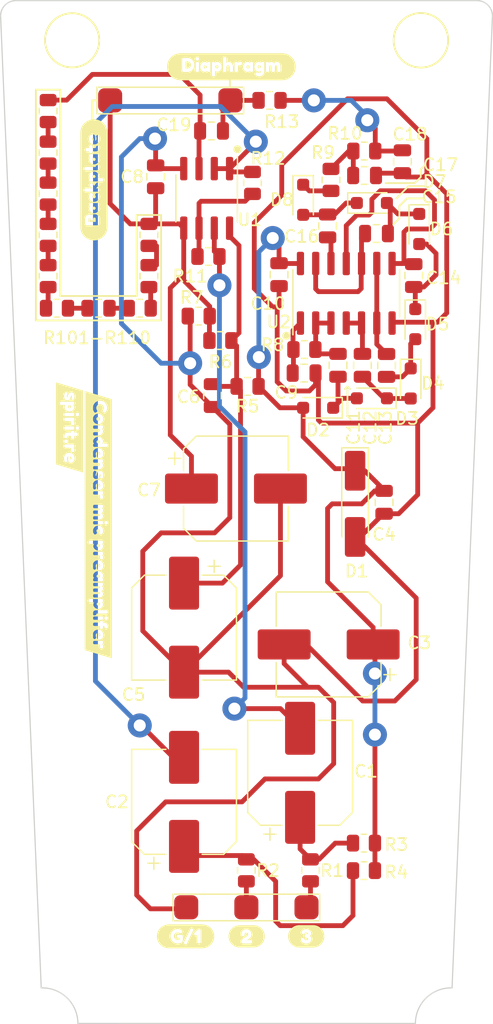
<source format=kicad_pcb>
(kicad_pcb (version 20221018) (generator pcbnew)
  (title_block (title "High performance condenser microphone preamp with HV bias") (date "2023-03-18") (rev "1") (company "spirit.re"))
  (layers (0 "F.Cu" signal) (31 "B.Cu" signal) (34 "B.Paste" user) (35 "F.Paste" user) (36 "B.SilkS" user "B.Silkscreen") (37 "F.SilkS" user "F.Silkscreen") (38 "B.Mask" user) (39 "F.Mask" user) (44 "Edge.Cuts" user))
  (net 0 "")
  (net 1 "Net-(C1-Pad1)")
  (net 2 "Net-(C1-Pad2)")
  (net 3 "Net-(C2-Pad1)")
  (net 4 "Net-(U1A--)")
  (net 5 "+12V")
  (net 6 "+6V")
  (net 7 "GNDA")
  (net 8 "Net-(C9-Pad2)")
  (net 9 "Net-(C11-Pad1)")
  (net 10 "Net-(D2-K)")
  (net 11 "Net-(C12-Pad1)")
  (net 12 "Net-(D3-K)")
  (net 13 "Net-(C13-Pad1)")
  (net 14 "Net-(D4-K)")
  (net 15 "Net-(C14-Pad1)")
  (net 16 "Net-(D5-K)")
  (net 17 "Net-(C15-Pad1)")
  (net 18 "Net-(D6-K)")
  (net 19 "Net-(C16-Pad1)")
  (net 20 "Net-(D7-K)")
  (net 21 "Net-(C17-Pad2)")
  (net 22 "HT")
  (net 23 "Net-(D8-K)")
  (net 24 "Net-(C92-Pad2)")
  (net 25 "Net-(C91-Pad1)")
  (net 26 "Net-(U1A-+)")
  (net 27 "Net-(U1B--)")
  (net 28 "Net-(R101-Pad2)")
  (net 29 "Net-(R102-Pad2)")
  (net 30 "Net-(R103-Pad2)")
  (net 31 "Net-(R104-Pad2)")
  (net 32 "Net-(R105-Pad2)")
  (net 33 "Net-(R106-Pad2)")
  (net 34 "Net-(R107-Pad2)")
  (net 35 "Net-(R108-Pad2)")
  (net 36 "Net-(R109-Pad2)")
  (net 37 "GNDREF")
  (net 38 "Net-(MK1-+)")
  (footprint "Capacitor_SMD:C_0805_2012Metric" (layer "F.Cu") (at 162.2825 78.4034 -90)
    (fp_text reference "C12")
    (fp_text value "10nF")
  )
  (footprint "Capacitor_SMD:C_0805_2012Metric" (layer "F.Cu") (at 145.087 62.738 -90)
    (fp_text reference "C8")
    (fp_text value "100nF 100V")
  )
  (footprint "kibuzzard-6409565D" (layer "F.Cu") (at 140.314181 91.643002 -90)
    (fp_text reference "kibuzzard-6409565D" hide)
    (fp_text value "G***" hide)
  )
  (footprint "Capacitor_SMD:C_0805_2012Metric" (layer "F.Cu") (at 159.385 66.821 90)
    (fp_text reference "C16")
    (fp_text value "10nF")
  )
  (footprint "Package_SO:SO-14_3.9x8.65mm_P1.27mm" (layer "F.Cu") (at 160.9363 72.4192 90)
    (fp_text reference "U2")
    (fp_text value "HEF40106BT")
  )
  (footprint "Diode_SMD:D_MiniMELF_Handsoldering" (layer "F.Cu") (at 161.671 89.916 -90)
    (fp_text reference "D1")
    (fp_text value "12V")
  )
  (footprint "Resistor_SMD:R_0805_2012Metric" (layer "F.Cu") (at 153.1385 63.246 90)
    (fp_text reference "R12")
    (fp_text value "2.2k")
  )
  (footprint "Resistor_SMD:R_0805_2012Metric" (layer "F.Cu") (at 152.734 80.156 180)
    (fp_text reference "R5")
    (fp_text value "200")
  )
  (footprint "Resistor_SMD:R_0805_2012Metric" (layer "F.Cu") (at 162.4349 60.598 180)
    (fp_text reference "R10")
    (fp_text value "100M")
  )
  (footprint "kibuzzard-640955D5" (layer "F.Cu") (at 152.654 125.857)
    (fp_text reference "kibuzzard-640955D5" hide)
    (fp_text value "G***" hide)
  )
  (footprint "Diode_SMD:D_SOD-323_HandSoldering" (layer "F.Cu") (at 157.353 64.6468 -90)
    (fp_text reference "D8")
    (fp_text value "1N4148WS")
  )
  (footprint "Capacitor_SMD:CP_Elec_8x10.5" (layer "F.Cu") (at 159.4715 101.6 180)
    (fp_text reference "C3")
    (fp_text value "47uF")
  )
  (footprint "Resistor_SMD:R_0805_2012Metric" (layer "F.Cu") (at 152.6305 120.3725 -90)
    (fp_text reference "R2")
    (fp_text value "47")
  )
  (footprint "Resistor_SMD:R_0805_2012Metric" (layer "F.Cu") (at 150.4715 76.346)
    (fp_text reference "R6")
    (fp_text value "47k")
  )
  (footprint "kibuzzard-64095693" (layer "F.Cu") (at 137.922 83.566 -90)
    (fp_text reference "kibuzzard-64095693" hide)
    (fp_text value "G***" hide)
  )
  (footprint "Capacitor_SMD:C_0805_2012Metric" (layer "F.Cu") (at 163.449 67.456)
    (fp_text reference "C15")
    (fp_text value "10nF")
  )
  (footprint "Capacitor_SMD:C_0805_2012Metric" (layer "F.Cu") (at 160.2505 78.4034 -90)
    (fp_text reference "C11")
    (fp_text value "10nF")
  )
  (footprint "Capacitor_SMD:C_0805_2012Metric" (layer "F.Cu") (at 162.4603 62.63 180)
    (fp_text reference "C17")
    (fp_text value "100nF 100V")
  )
  (footprint "MountingHole:MountingHole_2.7mm_M2.5_ISO14580" (layer "F.Cu") (at 138.143615 51.396884)
    (fp_text reference "H1" hide)
    (fp_text value "M2.5")
  )
  (footprint "Diode_SMD:D_SOD-323_HandSoldering" (layer "F.Cu") (at 163.0699 81.1466 180)
    (fp_text reference "D3")
    (fp_text value "1N4148WS")
  )
  (footprint "Resistor_SMD:R_0805_2012Metric" (layer "F.Cu") (at 159.6663 62.9958 -90)
    (fp_text reference "R9")
    (fp_text value "100M")
  )
  (footprint "Resistor_SMD:R_0805_2012Metric" (layer "F.Cu") (at 162.4095 118.11)
    (fp_text reference "R3")
    (fp_text value "2.2k")
  )
  (footprint "Resistor_SMD:R_0805_2012Metric" (layer "F.Cu") (at 149.479 69.361)
    (fp_text reference "R11")
    (fp_text value "2.2k")
  )
  (footprint "Resistor_SMD:R_0805_2012Metric" (layer "F.Cu") (at 136.144 57.277 -90)
    (fp_text reference "R101" hide)
    (fp_text value "100M")
  )
  (footprint "Resistor_SMD:R_0805_2012Metric" (layer "F.Cu") (at 136.144 60.7295 -90)
    (fp_text reference "R102" hide)
    (fp_text value "100M")
  )
  (footprint "Resistor_SMD:R_0805_2012Metric" (layer "F.Cu") (at 136.144 70.993 -90)
    (fp_text reference "R105" hide)
    (fp_text value "100M")
  )
  (footprint "Resistor_SMD:R_0805_2012Metric" (layer "F.Cu") (at 148.67 74.314)
    (fp_text reference "R7")
    (fp_text value "47k")
  )
  (footprint "Capacitor_SMD:C_0805_2012Metric" (layer "F.Cu") (at 155.3483 70.8698 90)
    (fp_text reference "C10")
    (fp_text value "100nF 100V")
  )
  (footprint "Resistor_SMD:R_0805_2012Metric" (layer "F.Cu") (at 162.4095 120.396)
    (fp_text reference "R4")
    (fp_text value "2.2k")
  )
  (footprint "Capacitor_SMD:CP_Elec_8x10.5" (layer "F.Cu") (at 157.099 112.268 90)
    (fp_text reference "C1")
    (fp_text value "47uF")
  )
  (footprint "SpiritsKiCADLib:Pads_3pin_10mm" (layer "F.Cu") (at 152.6305 123.444)
    (fp_text reference "J1" hide)
    (fp_text value "XLR3")
  )
  (footprint "Capacitor_SMD:C_0805_2012Metric" (layer "F.Cu") (at 164.2891 78.4136 -90)
    (fp_text reference "C13")
    (fp_text value "10nF")
  )
  (footprint "Capacitor_SMD:C_0805_2012Metric" (layer "F.Cu") (at 149.733 58.928)
    (fp_text reference "C19")
    (fp_text value "1nF 100V")
  )
  (footprint "kibuzzard-64153C31" (layer "F.Cu") (at 151.384 53.594)
    (fp_text reference "kibuzzard-64153C31" hide)
    (fp_text value "G***" hide)
  )
  (footprint "Capacitor_SMD:CP_Elec_8x10.5" (layer "F.Cu") (at 151.765 88.646)
    (fp_text reference "C7")
    (fp_text value "47uF")
  )
  (footprint "Resistor_SMD:R_0805_2012Metric" (layer "F.Cu") (at 140.335 73.66)
    (fp_text reference "R107" hide)
    (fp_text value "100M")
  )
  (footprint "Resistor_SMD:R_0805_2012Metric" (layer "F.Cu") (at 157.9645 120.3725 -90)
    (fp_text reference "R1")
    (fp_text value "47")
  )
  (footprint "Diode_SMD:D_SOD-323_HandSoldering" (layer "F.Cu") (at 163.068 64.916)
    (fp_text reference "D7")
    (fp_text value "1N4148WS")
  )
  (footprint "kibuzzard-640955F0" (layer "F.Cu") (at 147.574 125.857)
    (fp_text reference "kibuzzard-640955F0" hide)
    (fp_text value "G***" hide)
  )
  (footprint "Capacitor_SMD:C_0805_2012Metric" (layer "F.Cu") (at 157.4311 79.0486 180)
    (fp_text reference "C9")
    (fp_text value "1nF 100V")
  )
  (footprint "Diode_SMD:D_SOD-323_HandSoldering" (layer "F.Cu") (at 158.5995 81.934 180)
    (fp_text reference "D2")
    (fp_text value "1N4148WS")
  )
  (footprint "Resistor_SMD:R_0805_2012Metric" (layer "F.Cu") (at 154.559 56.388 180)
    (fp_text reference "R13")
    (fp_text value "100M")
  )
  (footprint "Resistor_SMD:R_0805_2012Metric" (layer "F.Cu") (at 157.4565 77.0928 180)
    (fp_text reference "R8")
    (fp_text value "2.2k")
  )
  (footprint "Resistor_SMD:R_0805_2012Metric" (layer "F.Cu") (at 136.144 64.135 -90)
    (fp_text reference "R103" hide)
    (fp_text value "100M")
  )
  (footprint "Diode_SMD:D_SOD-323_HandSoldering" (layer "F.Cu") (at 166.2957 79.9122 -90)
    (fp_text reference "D4")
    (fp_text value "1N4148WS")
  )
  (footprint "SpiritsKiCADLib:Pads_2pin_10mm" (layer "F.Cu") (at 146.304 56.388)
    (fp_text reference "MK1" hide)
    (fp_text value "Condenser capsule")
  )
  (footprint "kibuzzard-64153C1C" (layer "F.Cu") (at 139.954 62.992 90)
    (fp_text reference "kibuzzard-64153C1C" hide)
    (fp_text value "G***" hide)
  )
  (footprint "Capacitor_SMD:C_0805_2012Metric" (layer "F.Cu") (at 165.608 61.487 90)
    (fp_text reference "C18")
    (fp_text value "100nF 100V")
  )
  (footprint "Resistor_SMD:R_0805_2012Metric" (layer "F.Cu") (at 136.144 67.564 -90)
    (fp_text reference "R104" hide)
    (fp_text value "100M")
  )
  (footprint "Resistor_SMD:R_0805_2012Metric" (layer "F.Cu") (at 143.764 73.66)
    (fp_text reference "R108" hide)
    (fp_text value "100M")
  )
  (footprint "MountingHole:MountingHole_2.7mm_M2.5_ISO14580" (layer "F.Cu") (at 167.143615 51.396884)
    (fp_text reference "H2" hide)
    (fp_text value "M2.5")
  )
  (footprint "Diode_SMD:D_SOD-323_HandSoldering" (layer "F.Cu") (at 167.005 67.075 -90)
    (fp_text reference "D6")
    (fp_text value "1N4148WS")
  )
  (footprint "Resistor_SMD:R_0805_2012Metric" (layer "F.Cu") (at 144.526 70.993 90)
    (fp_text reference "R109" hide)
    (fp_text value "100M")
  )
  (footprint "Capacitor_SMD:C_0805_2012Metric" (layer "F.Cu") (at 164.084 89.789 90)
    (fp_text reference "C4")
    (fp_text value "100nF 100V")
  )
  (footprint "Resistor_SMD:R_0805_2012Metric" (layer "F.Cu") (at 136.8825 73.66)
    (fp_text reference "R106" hide)
    (fp_text value "100M")
  )
  (footprint "Capacitor_SMD:C_0805_2012Metric" (layer "F.Cu") (at 166.5497 70.946 -90)
    (fp_text reference "C14")
    (fp_text value "10nF")
  )
  (footprint "Diode_SMD:D_SOD-323_HandSoldering" (layer "F.Cu") (at 166.6767 74.9846 -90)
    (fp_text reference "D5")
    (fp_text value "1N4148WS")
  )
  (footprint "Capacitor_SMD:C_0805_2012Metric" (layer "F.Cu") (at 149.813 80.918 90)
    (fp_text reference "C6")
    (fp_text value "100nF 100V")
  )
  (footprint "Capacitor_SMD:CP_Elec_8x10.5" (layer "F.Cu") (at 147.447 114.681 90)
    (fp_text reference "C2")
    (fp_text value "47uF")
  )
  (footprint "Capacitor_SMD:CP_Elec_8x10.5" (layer "F.Cu") (at 147.447 100.203 -90)
    (fp_text reference "C5")
    (fp_text value "47uF")
  )
  (footprint "kibuzzard-640955DC" (layer "F.Cu") (at 157.607 125.857)
    (fp_text reference "kibuzzard-640955DC" hide)
    (fp_text value "G***" hide)
  )
  (footprint "Resistor_SMD:R_0805_2012Metric" (layer "F.Cu") (at 144.526 67.564 90)
    (fp_text reference "R110" hide)
    (fp_text value "100M")
  )
  (footprint "Package_SO:SOIC-8_3.9x4.9mm_P1.27mm" (layer "F.Cu") (at 149.3285 64.535 -90)
    (fp_text reference "U1")
    (fp_text value "OPA1652 ")
  )
  (gr_line (start 135.128 55.499) (end 137.16 55.499) (stroke (width 0.15)) (layer "F.SilkS"))
  (gr_line (start 161.036 82.061) (end 161.036 80.156) (stroke (width 0.15)) (layer "F.SilkS"))
  (gr_line (start 167.132 62.122) (end 167.132 62.757) (stroke (width 0.15)) (layer "F.SilkS"))
  (gr_line (start 145.542 65.913) (end 145.542 74.676) (stroke (width 0.15)) (layer "F.SilkS"))
  (gr_line (start 167.386 63.519) (end 166.116 63.519) (stroke (width 0.15)) (layer "F.SilkS"))
  (gr_line (start 167.386 64.535) (end 165.989 64.535) (stroke (width 0.15)) (layer "F.SilkS"))
  (gr_line (start 161.036 80.156) (end 160.825174 80.366826) (stroke (width 0.15)) (layer "F.SilkS"))
  (gr_line (start 145.542 74.676) (end 135.128 74.676) (stroke (width 0.15)) (layer "F.SilkS"))
  (gr_line (start 151.257 54.737) (end 151.257 55.245) (stroke (width 0.15)) (layer "F.SilkS"))
  (gr_circle (center 167.144 51.396884) (end 164.878385 51.435) (stroke (width 0.15)) (fill none) (layer "F.SilkS"))
  (gr_line (start 161.036 80.156) (end 161.246826 80.366826) (stroke (width 0.15)) (layer "F.SilkS"))
  (gr_line (start 139.827 56.388) (end 140.208 56.388) (stroke (width 0.15)) (layer "F.SilkS"))
  (gr_circle (center 138.143615 51.396884) (end 135.89 51.435) (stroke (width 0.15)) (fill none) (layer "F.SilkS"))
  (gr_line (start 167.513 61.741) (end 167.132 62.122) (stroke (width 0.15)) (layer "F.SilkS"))
  (gr_line (start 165.354 66.186) (end 164.846 66.694) (stroke (width 0.15)) (layer "F.SilkS"))
  (gr_line (start 166.624 63.265) (end 164.211 63.265) (stroke (width 0.15)) (layer "F.SilkS"))
  (gr_line (start 143.51 65.913) (end 145.542 65.913) (stroke (width 0.15)) (layer "F.SilkS"))
  (gr_line (start 165.989 64.535) (end 165.354 65.17) (stroke (width 0.15)) (layer "F.SilkS"))
  (gr_line (start 143.51 72.644) (end 137.16 72.644) (stroke (width 0.15)) (layer "F.SilkS"))
  (gr_line (start 135.128 74.676) (end 135.128 55.499) (stroke (width 0.15)) (layer "F.SilkS"))
  (gr_circle (center 155.956 75.946) (end 156.21 75.946) (stroke (width 0.15)) (fill solid) (layer "F.SilkS"))
  (gr_line (start 143.51 72.644) (end 143.51 65.913) (stroke (width 0.15)) (layer "F.SilkS"))
  (gr_line (start 139.827 58.166) (end 139.827 56.388) (stroke (width 0.15)) (layer "F.SilkS"))
  (gr_circle (center 151.892 60.452) (end 152.146 60.452) (stroke (width 0.15)) (fill solid) (layer "F.SilkS"))
  (gr_line (start 167.132 62.757) (end 166.624 63.265) (stroke (width 0.15)) (layer "F.SilkS"))
  (gr_line (start 166.116 63.519) (end 165.1 64.535) (stroke (width 0.15)) (layer "F.SilkS"))
  (gr_line (start 137.16 72.644) (end 137.16 55.499) (stroke (width 0.15)) (layer "F.SilkS"))
  (gr_line (start 165.354 65.17) (end 165.354 66.186) (stroke (width 0.15)) (layer "F.SilkS"))
  (gr_line (start 161.036 82.442) (end 161.036 82.061) (stroke (width 0.15)) (layer "F.SilkS"))
  (gr_line (start 132.193891 49.373211) (end 135.572384 130.138884) (stroke (width 0.1)) (layer "Edge.Cuts"))
  (gr_line (start 133.470225 48.096877) (end 171.816501 48.096877) (stroke (width 0.1)) (layer "Edge.Cuts"))
  (gr_line (start 173.092835 49.373211) (end 169.735615 130.140653) (stroke (width 0.1)) (layer "Edge.Cuts"))
  (gr_arc (start 135.664384 130.138884) (mid 137.754755 131.004744) (end 138.620615 133.095115) (stroke (width 0.1)) (layer "Edge.Cuts"))
  (gr_arc (start 166.687384 133.096884) (mid 167.553244 131.006513) (end 169.643615 130.140653) (stroke (width 0.1)) (layer "Edge.Cuts"))
  (gr_line (start 169.643615 130.140653) (end 169.735615 130.140653) (stroke (width 0.1)) (layer "Edge.Cuts"))
  (gr_arc (start 132.193891 49.373211) (mid 132.567721 48.470707) (end 133.470225 48.096877) (stroke (width 0.1)) (layer "Edge.Cuts"))
  (gr_line (start 138.620615 133.095115) (end 166.687384 133.096884) (stroke (width 0.1)) (layer "Edge.Cuts"))
  (gr_line (start 135.664384 130.138884) (end 135.572384 130.138884) (stroke (width 0.1)) (layer "Edge.Cuts"))
  (gr_arc (start 171.816501 48.096877) (mid 172.719005 48.470707) (end 173.092835 49.373211) (stroke (width 0.1)) (layer "Edge.Cuts"))
  (gr_text "R101-R110" (at 135.636 76.708) (layer "F.SilkS") (effects (font (size 1 1)) (justify left bottom)))
  (segment (start 160.02 118.11) (end 161.497 118.11) (width 0.4) (layer "F.Cu") (net 1))
  (segment (start 157.099 118.5945) (end 157.9645 119.46) (width 0.4) (layer "F.Cu") (net 1))
  (segment (start 157.099 115.968) (end 157.099 118.5945) (width 0.4) (layer "F.Cu") (net 1))
  (segment (start 157.9645 119.46) (end 158.67 119.46) (width 0.4) (layer "F.Cu") (net 1))
  (segment (start 158.67 119.46) (end 160.02 118.11) (width 0.4) (layer "F.Cu") (net 1))
  (segment (start 157.099 108.568) (end 155.465 106.934) (width 0.4) (layer "F.Cu") (net 2))
  (segment (start 149.9635 68.933) (end 150.3915 69.361) (width 0.4) (layer "F.Cu") (net 2))
  (segment (start 149.9635 67.01) (end 149.9635 68.933) (width 0.4) (layer "F.Cu") (net 2))
  (segment (start 150.3915 69.361) (end 150.3915 71.755) (width 0.4) (layer "F.Cu") (net 2))
  (segment (start 155.465 106.934) (end 151.638 106.934) (width 0.4) (layer "F.Cu") (net 2))
  (via (at 150.3915 71.755) (size 2) (drill 1) (layers "F.Cu" "B.Cu") (net 2))
  (via (at 151.638 106.934) (size 2) (drill 1) (layers "F.Cu" "B.Cu") (net 2))
  (segment (start 152.51899 106.05301) (end 152.51899 83.93899) (width 0.4) (layer "B.Cu") (net 2))
  (segment (start 150.3915 81.8115) (end 150.3915 71.755) (width 0.4) (layer "B.Cu") (net 2))
  (segment (start 152.51899 83.93899) (end 150.3915 81.8115) (width 0.4) (layer "B.Cu") (net 2))
  (segment (start 151.638 106.934) (end 152.51899 106.05301) (width 0.4) (layer "B.Cu") (net 2))
  (segment (start 147.447 118.381) (end 148.209 119.143) (width 0.4) (layer "F.Cu") (net 3))
  (segment (start 155.448 124.968) (end 155.067 124.587) (width 0.4) (layer "F.Cu") (net 3))
  (segment (start 148.209 119.143) (end 152.3135 119.143) (width 0.4) (layer "F.Cu") (net 3))
  (segment (start 160.655 124.968) (end 155.448 124.968) (width 0.4) (layer "F.Cu") (net 3))
  (segment (start 155.067 121.285) (end 153.242 119.46) (width 0.4) (layer "F.Cu") (net 3))
  (segment (start 153.242 119.46) (end 152.6305 119.46) (width 0.4) (layer "F.Cu") (net 3))
  (segment (start 155.067 124.587) (end 155.067 121.285) (width 0.4) (layer "F.Cu") (net 3))
  (segment (start 161.497 120.396) (end 161.497 124.126) (width 0.4) (layer "F.Cu") (net 3))
  (segment (start 161.497 124.126) (end 160.655 124.968) (width 0.4) (layer "F.Cu") (net 3))
  (segment (start 152.3135 119.143) (end 152.6305 119.46) (width 0.4) (layer "F.Cu") (net 3))
  (segment (start 143.891 108.331) (end 143.764 108.331) (width 0.4) (layer "F.Cu") (net 4))
  (segment (start 146.541 110.981) (end 143.891 108.331) (width 0.4) (layer "F.Cu") (net 4))
  (segment (start 147.447 110.981) (end 146.541 110.981) (width 0.4) (layer "F.Cu") (net 4))
  (segment (start 151.507 62.3335) (end 151.2335 62.06) (width 0.4) (layer "F.Cu") (net 4))
  (segment (start 153.1385 62.3335) (end 151.507 62.3335) (width 0.4) (layer "F.Cu") (net 4))
  (segment (start 151.2335 62.06) (end 153.416 59.8775) (width 0.4) (layer "F.Cu") (net 4))
  (segment (start 153.416 59.8775) (end 153.416 59.817) (width 0.4) (layer "F.Cu") (net 4))
  (segment (start 149.9635 62.06) (end 151.2335 62.06) (width 0.4) (layer "F.Cu") (net 4))
  (via (at 143.764 108.331) (size 2) (drill 1) (layers "F.Cu" "B.Cu") (net 4))
  (via (at 153.416 59.817) (size 2) (drill 1) (layers "F.Cu" "B.Cu") (net 4))
  (segment (start 140.081 58.293) (end 140.081 104.648) (width 0.4) (layer "B.Cu") (net 4))
  (segment (start 150.495 56.896) (end 141.478 56.896) (width 0.4) (layer "B.Cu") (net 4))
  (segment (start 153.416 59.817) (end 150.495 56.896) (width 0.4) (layer "B.Cu") (net 4))
  (segment (start 140.081 104.648) (end 143.764 108.331) (width 0.4) (layer "B.Cu") (net 4))
  (segment (start 141.478 56.896) (end 140.081 58.293) (width 0.4) (layer "B.Cu") (net 4))
  (segment (start 153.6465 80.156) (end 153.6465 77.7475) (width 0.4) (layer "F.Cu") (net 5))
  (segment (start 163.30363 88.839) (end 164.084 88.839) (width 0.4) (layer "F.Cu") (net 5))
  (segment (start 163.1715 101.6) (end 163.1715 100.1795) (width 0.4) (layer "F.Cu") (net 5))
  (segment (start 157.1263 69.9442) (end 155.3727 69.9442) (width 0.4) (layer "F.Cu") (net 5))
  (segment (start 163.322 118.11) (end 163.322 120.396) (width 0.4) (layer "F.Cu") (net 5))
  (segment (start 163.322 118.11) (end 163.322 109.093) (width 0.4) (layer "F.Cu") (net 5))
  (segment (start 162.22663 89.916) (end 163.30363 88.839) (width 0.4) (layer "F.Cu") (net 5))
  (segment (start 164.084 88.773) (end 164.084 88.839) (width 0.4) (layer "F.Cu") (net 5))
  (segment (start 157.3495 81.934) (end 155.4245 81.934) (width 0.4) (layer "F.Cu") (net 5))
  (segment (start 155.3483 69.9198) (end 155.3483 68.3533) (width 0.4) (layer "F.Cu") (net 5))
  (segment (start 157.3495 84.3435) (end 160.001 86.995) (width 0.4) (layer "F.Cu") (net 5))
  (segment (start 160.001 86.995) (end 161.5 86.995) (width 0.4) (layer "F.Cu") (net 5))
  (segment (start 159.385 96.393) (end 159.385 90.297) (width 0.4) (layer "F.Cu") (net 5))
  (segment (start 155.3727 69.9442) (end 155.3483 69.9198) (width 0.4) (layer "F.Cu") (net 5))
  (segment (start 162.477 87.166) (end 164.084 88.773) (width 0.4) (layer "F.Cu") (net 5))
  (segment (start 153.6465 77.7475) (end 153.67 77.724) (width 0.4) (layer "F.Cu") (net 5))
  (segment (start 155.3483 68.3533) (end 154.8225 67.8275) (width 0.4) (layer "F.Cu") (net 5))
  (segment (start 159.385 90.297) (end 159.766 89.916) (width 0.4) (layer "F.Cu") (net 5))
  (segment (start 163.322 104.013) (end 163.322 101.7505) (width 0.4) (layer "F.Cu") (net 5))
  (segment (start 163.1715 100.1795) (end 159.385 96.393) (width 0.4) (layer "F.Cu") (net 5))
  (segment (start 157.3495 81.934) (end 157.3495 84.3435) (width 0.4) (layer "F.Cu") (net 5))
  (segment (start 161.671 87.166) (end 162.477 87.166) (width 0.4) (layer "F.Cu") (net 5))
  (segment (start 159.766 89.916) (end 162.22663 89.916) (width 0.4) (layer "F.Cu") (net 5))
  (segment (start 161.5 86.995) (end 161.671 87.166) (width 0.4) (layer "F.Cu") (net 5))
  (segment (start 163.322 101.7505) (end 163.1715 101.6) (width 0.4) (layer "F.Cu") (net 5))
  (segment (start 155.4245 81.934) (end 153.6465 80.156) (width 0.4) (layer "F.Cu") (net 5))
  (via (at 154.8225 67.8275) (size 2) (drill 1) (layers "F.Cu" "B.Cu") (net 5))
  (via (at 163.322 109.093) (size 2) (drill 1) (layers "F.Cu" "B.Cu") (net 5))
  (via (at 153.67 77.724) (size 2) (drill 1) (layers "F.Cu" "B.Cu") (net 5))
  (via (at 163.322 104.013) (size 2) (drill 1) (layers "F.Cu" "B.Cu") (net 5))
  (segment (start 153.67 77.724) (end 153.67 68.98) (width 0.4) (layer "B.Cu") (net 5))
  (segment (start 153.67 68.98) (end 154.8225 67.8275) (width 0.4) (layer "B.Cu") (net 5))
  (segment (start 163.322 104.013) (end 163.322 109.093) (width 0.4) (layer "B.Cu") (net 5))
  (segment (start 151.2335 67.6675) (end 151.2335 67.01) (width 0.4) (layer "F.Cu") (net 6))
  (segment (start 152.019 75.711) (end 152.019 68.453) (width 0.4) (layer "F.Cu") (net 6))
  (segment (start 152.019 68.453) (end 151.2335 67.6675) (width 0.4) (layer "F.Cu") (net 6))
  (segment (start 150.001 80.156) (end 149.813 79.968) (width 0.4) (layer "F.Cu") (net 6))
  (segment (start 151.8215 80.156) (end 152.146 80.4805) (width 0.4) (layer "F.Cu") (net 6))
  (segment (start 151.8215 76.7835) (end 151.384 76.346) (width 0.4) (layer "F.Cu") (net 6))
  (segment (start 151.8215 80.156) (end 151.8215 76.7835) (width 0.4) (layer "F.Cu") (net 6))
  (segment (start 152.146 80.4805) (end 152.146 94.996) (width 0.4) (layer "F.Cu") (net 6))
  (segment (start 150.639 96.503) (end 147.447 96.503) (width 0.4) (layer "F.Cu") (net 6))
  (segment (start 151.384 76.346) (end 152.019 75.711) (width 0.4) (layer "F.Cu") (net 6))
  (segment (start 151.8215 80.156) (end 150.001 80.156) (width 0.4) (layer "F.Cu") (net 6))
  (segment (start 152.146 94.996) (end 150.639 96.503) (width 0.4) (layer "F.Cu") (net 6))
  (segment (start 147.065 66.6515) (end 147.4235 67.01) (width 0.4) (layer "F.Cu") (net 7))
  (segment (start 146.304 71.981) (end 147.4235 70.8615) (width 0.4) (layer "F.Cu") (net 7))
  (segment (start 145.087 63.688) (end 145.087 66.5775) (width 0.4) (layer "F.Cu") (net 7))
  (segment (start 148.065 88.646) (end 148.065 85.962) (width 0.4) (layer "F.Cu") (net 7))
  (segment (start 149.5825 74.314) (end 149.5825 73.5095) (width 0.4) (layer "F.Cu") (net 7))
  (segment (start 141.304 56.388) (end 141.304 64.977) (width 0.4) (layer "F.Cu") (net 7))
  (segment (start 145.161 66.6515) (end 147.065 66.6515) (width 0.4) (layer "F.Cu") (net 7))
  (segment (start 148.065 85.962) (end 146.304 84.201) (width 0.4) (layer "F.Cu") (net 7))
  (segment (start 146.304 84.201) (end 146.304 71.981) (width 0.4) (layer "F.Cu") (net 7))
  (segment (start 149.559 74.3375) (end 149.5825 74.314) (width 0.4) (layer "F.Cu") (net 7))
  (segment (start 147.4235 71.3505) (end 147.4235 70.8615) (width 0.4) (layer "F.Cu") (net 7))
  (segment (start 142.9785 66.6515) (end 145.161 66.6515) (width 0.4) (layer "F.Cu") (net 7))
  (segment (start 145.087 66.5775) (end 145.161 66.6515) (width 0.4) (layer "F.Cu") (net 7))
  (segment (start 149.559 76.346) (end 149.559 74.3375) (width 0.4) (layer "F.Cu") (net 7))
  (segment (start 149.5825 73.5095) (end 147.4235 71.3505) (width 0.4) (layer "F.Cu") (net 7))
  (segment (start 147.4235 70.8615) (end 147.4235 67.01) (width 0.4) (layer "F.Cu") (net 7))
  (segment (start 141.304 64.977) (end 142.9785 66.6515) (width 0.4) (layer "F.Cu") (net 7))
  (segment (start 156.544 77.0928) (end 156.544 78.9857) (width 0.4) (layer "F.Cu") (net 8))
  (segment (start 156.508672 77.057472) (end 156.544 77.0928) (width 0.4) (layer "F.Cu") (net 8))
  (segment (start 156.544 78.9857) (end 156.4811 79.0486) (width 0.4) (layer "F.Cu") (net 8))
  (segment (start 156.508672 75.511828) (end 156.508672 77.057472) (width 0.4) (layer "F.Cu") (net 8))
  (segment (start 157.1263 74.8942) (end 156.508672 75.511828) (width 0.4) (layer "F.Cu") (net 8))
  (segment (start 158.3963 77.0655) (end 158.369 77.0928) (width 0.4) (layer "F.Cu") (net 9))
  (segment (start 158.7296 77.4534) (end 158.369 77.0928) (width 0.4) (layer "F.Cu") (net 9))
  (segment (start 158.3963 74.8942) (end 158.3963 77.0655) (width 0.4) (layer "F.Cu") (net 9))
  (segment (start 159.6663 74.8942) (end 158.3963 74.8942) (width 0.4) (layer "F.Cu") (net 9))
  (segment (start 160.2505 77.4534) (end 158.7296 77.4534) (width 0.4) (layer "F.Cu") (net 9))
  (segment (start 160.2505 81.533) (end 159.8495 81.934) (width 0.4) (layer "F.Cu") (net 10))
  (segment (start 161.8199 81.1466) (end 160.6369 81.1466) (width 0.4) (layer "F.Cu") (net 10))
  (segment (start 160.2505 79.3534) (end 160.2505 81.533) (width 0.4) (layer "F.Cu") (net 10))
  (segment (start 160.6369 81.1466) (end 159.8495 81.934) (width 0.4) (layer "F.Cu") (net 10))
  (segment (start 162.2825 77.4534) (end 162.2825 74.9704) (width 0.4) (layer "F.Cu") (net 11))
  (segment (start 162.2825 74.9704) (end 162.2063 74.8942) (width 0.4) (layer "F.Cu") (net 11))
  (segment (start 162.2063 74.8942) (end 160.9363 74.8942) (width 0.4) (layer "F.Cu") (net 11))
  (segment (start 162.2825 79.3534) (end 164.0757 81.1466) (width 0.4) (layer "F.Cu") (net 12))
  (segment (start 164.3355 81.1622) (end 164.3199 81.1466) (width 0.4) (layer "F.Cu") (net 12))
  (segment (start 164.0757 81.1466) (end 164.3199 81.1466) (width 0.4) (layer "F.Cu") (net 12))
  (segment (start 166.2957 81.1622) (end 164.3355 81.1622) (width 0.4) (layer "F.Cu") (net 12))
  (segment (start 163.4763 69.9442) (end 163.4763 74.8942) (width 0.4) (layer "F.Cu") (net 13))
  (segment (start 163.4763 76.6508) (end 163.4763 74.8942) (width 0.4) (layer "F.Cu") (net 13))
  (segment (start 164.2891 77.4636) (end 163.4763 76.6508) (width 0.4) (layer "F.Cu") (net 13))
  (segment (start 166.2957 76.6156) (end 166.6767 76.2346) (width 0.4) (layer "F.Cu") (net 14))
  (segment (start 164.2891 79.3636) (end 165.5943 79.3636) (width 0.4) (layer "F.Cu") (net 14))
  (segment (start 166.2957 78.6622) (end 166.2957 76.6156) (width 0.4) (layer "F.Cu") (net 14))
  (segment (start 165.5943 79.3636) (end 166.2957 78.6622) (width 0.4) (layer "F.Cu") (net 14))
  (segment (start 166.4979 69.9442) (end 166.5497 69.996) (width 0.4) (layer "F.Cu") (net 15))
  (segment (start 160.9363 69.9442) (end 160.9363 66.7937) (width 0.4) (layer "F.Cu") (net 15))
  (segment (start 167.513 63.9) (end 168.275 64.662) (width 0.4) (layer "F.Cu") (net 15))
  (segment (start 160.9363 66.7937) (end 161.814 65.916) (width 0.4) (layer "F.Cu") (net 15))
  (segment (start 163.77334 63.9) (end 167.513 63.9) (width 0.4) (layer "F.Cu") (net 15))
  (segment (start 165.608 69.9442) (end 164.7463 69.9442) (width 0.4) (layer "F.Cu") (net 15))
  (segment (start 163.068 64.60534) (end 163.77334 63.9) (width 0.4) (layer "F.Cu") (net 15))
  (segment (start 165.735 69.8172) (end 165.608 69.9442) (width 0.4) (layer "F.Cu") (net 15))
  (segment (start 162.83 65.916) (end 163.068 65.678) (width 0.4) (layer "F.Cu") (net 15))
  (segment (start 165.989 67.075) (end 165.735 67.329) (width 0.4) (layer "F.Cu") (net 15))
  (segment (start 161.814 65.916) (end 162.83 65.916) (width 0.4) (layer "F.Cu") (net 15))
  (segment (start 165.735 67.329) (end 165.735 69.8172) (width 0.4) (layer "F.Cu") (net 15))
  (segment (start 163.068 65.678) (end 163.068 64.60534) (width 0.4) (layer "F.Cu") (net 15))
  (segment (start 167.894 67.075) (end 165.989 67.075) (width 0.4) (layer "F.Cu") (net 15))
  (segment (start 164.7463 69.9442) (end 166.4979 69.9442) (width 0.4) (layer "F.Cu") (net 15))
  (segment (start 168.275 64.662) (end 168.275 66.694) (width 0.4) (layer "F.Cu") (net 15))
  (segment (start 168.275 66.694) (end 167.894 67.075) (width 0.4) (layer "F.Cu") (net 15))
  (segment (start 168.402 69.107) (end 167.62 68.325) (width 0.4) (layer "F.Cu") (net 16))
  (segment (start 167.391 71.896) (end 168.402 70.885) (width 0.4) (layer "F.Cu") (net 16))
  (segment (start 166.6767 72.023) (end 166.5497 71.896) (width 0.4) (layer "F.Cu") (net 16))
  (segment (start 166.5497 71.896) (end 167.391 71.896) (width 0.4) (layer "F.Cu") (net 16))
  (segment (start 166.6767 73.7346) (end 166.6767 72.023) (width 0.4) (layer "F.Cu") (net 16))
  (segment (start 168.402 70.885) (end 168.402 69.107) (width 0.4) (layer "F.Cu") (net 16))
  (segment (start 167.62 68.325) (end 167.005 68.325) (width 0.4) (layer "F.Cu") (net 16))
  (segment (start 161.925 72.282) (end 162.179 72.028) (width 0.4) (layer "F.Cu") (net 17))
  (segment (start 162.179 72.028) (end 162.179 69.9715) (width 0.4) (layer "F.Cu") (net 17))
  (segment (start 162.179 69.9715) (end 162.2063 69.9442) (width 0.4) (layer "F.Cu") (net 17))
  (segment (start 162.2063 67.7487) (end 162.499 67.456) (width 0.4) (layer "F.Cu") (net 17))
  (segment (start 158.3963 72.0553) (end 158.623 72.282) (width 0.4) (layer "F.Cu") (net 17))
  (segment (start 158.3963 69.9442) (end 158.3963 72.0553) (width 0.4) (layer "F.Cu") (net 17))
  (segment (start 162.2063 69.9442) (end 162.2063 67.7487) (width 0.4) (layer "F.Cu") (net 17))
  (segment (start 158.623 72.282) (end 161.925 72.282) (width 0.4) (layer "F.Cu") (net 17))
  (segment (start 164.592 65.19) (end 164.318 64.916) (width 0.4) (layer "F.Cu") (net 18))
  (segment (start 167.005 65.825) (end 165.227 65.825) (width 0.4) (layer "F.Cu") (net 18))
  (segment (start 165.227 65.825) (end 164.318 64.916) (width 0.4) (layer "F.Cu") (net 18))
  (segment (start 164.399 67.456) (end 164.592 67.263) (width 0.4) (layer "F.Cu") (net 18))
  (segment (start 164.592 67.263) (end 164.592 65.19) (width 0.4) (layer "F.Cu") (net 18))
  (segment (start 159.6663 68.0523) (end 159.6663 69.9442) (width 0.4) (layer "F.Cu") (net 19))
  (segment (start 159.385 67.771) (end 159.6663 68.0523) (width 0.4) (layer "F.Cu") (net 19))
  (segment (start 160.927963 64.916) (end 161.818 64.916) (width 0.4) (layer "F.Cu") (net 20))
  (segment (start 159.3592 65.8968) (end 159.385 65.871) (width 0.4) (layer "F.Cu") (net 20))
  (segment (start 159.972963 65.871) (end 160.927963 64.916) (width 0.4) (layer "F.Cu") (net 20))
  (segment (start 159.385 65.871) (end 159.972963 65.871) (width 0.4) (layer "F.Cu") (net 20))
  (segment (start 157.353 65.8968) (end 159.3592 65.8968) (width 0.4) (layer "F.Cu") (net 20))
  (segment (start 161.5224 60.598) (end 161.5224 62.6179) (width 0.4) (layer "F.Cu") (net 21))
  (segment (start 161.5224 62.6179) (end 161.5103 62.63) (width 0.4) (layer "F.Cu") (net 21))
  (segment (start 161.1516 60.598) (end 161.5224 60.598) (width 0.4) (layer "F.Cu") (net 21))
  (segment (start 159.6663 62.0833) (end 161.1516 60.598) (width 0.4) (layer "F.Cu") (net 21))
  (segment (start 165.547 60.598) (end 163.3474 60.598) (width 0.4) (layer "F.Cu") (net 22))
  (segment (start 158.242 56.388) (end 155.4715 56.388) (width 0.4) (layer "F.Cu") (net 22))
  (segment (start 163.3474 60.598) (end 163.3474 58.6994) (width 0.4) (layer "F.Cu") (net 22))
  (segment (start 165.608 60.537) (end 165.547 60.598) (width 0.4) (layer "F.Cu") (net 22))
  (segment (start 163.3474 58.6994) (end 162.687 58.039) (width 0.4) (layer "F.Cu") (net 22))
  (via (at 162.687 58.039) (size 2) (drill 1) (layers "F.Cu" "B.Cu") (net 22))
  (via (at 158.242 56.388) (size 2) (drill 1) (layers "F.Cu" "B.Cu") (net 22))
  (segment (start 158.242 56.388) (end 161.3535 56.388) (width 0.4) (layer "B.Cu") (net 22))
  (segment (start 162.687 57.7215) (end 162.687 58.039) (width 0.4) (layer "B.Cu") (net 22))
  (segment (start 161.3535 56.388) (end 162.687 57.7215) (width 0.4) (layer "B.Cu") (net 22))
  (segment (start 157.8645 63.9083) (end 157.353 63.3968) (width 0.4) (layer "F.Cu") (net 23))
  (segment (start 159.6663 63.9083) (end 157.8645 63.9083) (width 0.4) (layer "F.Cu") (net 23))
  (segment (start 152.6305 123.444) (end 152.6305 121.285) (width 0.4) (layer "F.Cu") (net 24))
  (segment (start 157.9645 123.11) (end 157.6305 123.444) (width 0.4) (layer "F.Cu") (net 25))
  (segment (start 157.9645 121.285) (end 157.9645 123.11) (width 0.4) (layer "F.Cu") (net 25))
  (segment (start 137.6915 56.3645) (end 139.827 54.229) (width 0.4) (layer "F.Cu") (net 26))
  (segment (start 147.066 54.229) (end 148.783 55.946) (width 0.4) (layer "F.Cu") (net 26))
  (segment (start 148.783 55.946) (end 148.783 58.928) (width 0.4) (layer "F.Cu") (net 26))
  (segment (start 137.6915 56.3645) (end 136.144 56.3645) (width 0.4) (layer "F.Cu") (net 26))
  (segment (start 148.6935 59.0175) (end 148.6935 62.06) (width 0.4) (layer "F.Cu") (net 26))
  (segment (start 148.783 58.928) (end 148.6935 59.0175) (width 0.4) (layer "F.Cu") (net 26))
  (segment (start 139.827 54.229) (end 147.066 54.229) (width 0.4) (layer "F.Cu") (net 26))
  (segment (start 148.863 64.77) (end 148.6935 64.9395) (width 0.4) (layer "F.Cu") (net 27))
  (segment (start 152.527 64.77) (end 148.863 64.77) (width 0.4) (layer "F.Cu") (net 27))
  (segment (start 148.6935 67.01) (end 148.6935 69.234) (width 0.4) (layer "F.Cu") (net 27))
  (segment (start 148.6935 64.9395) (end 148.6935 67.01) (width 0.4) (layer "F.Cu") (net 27))
  (segment (start 153.1385 64.1585) (end 152.527 64.77) (width 0.4) (layer "F.Cu") (net 27))
  (segment (start 148.6935 69.234) (end 148.5665 69.361) (width 0.4) (layer "F.Cu") (net 27))
  (segment (start 136.144 58.1895) (end 136.144 59.817) (width 0.4) (layer "F.Cu") (net 28))
  (segment (start 136.144 61.642) (end 136.144 63.2225) (width 0.4) (layer "F.Cu") (net 29))
  (segment (start 136.144 65.0475) (end 136.144 66.6515) (width 0.4) (layer "F.Cu") (net 30))
  (segment (start 136.144 68.4765) (end 136.144 70.0805) (width 0.4) (layer "F.Cu") (net 31))
  (segment (start 136.144 73.486) (end 135.97 73.66) (width 0.4) (layer "F.Cu") (net 32))
  (segment (start 136.144 71.9055) (end 136.144 73.486) (width 0.4) (layer "F.Cu") (net 32))
  (segment (start 139.4225 73.66) (end 137.795 73.66) (width 0.4) (layer "F.Cu") (net 33))
  (segment (start 142.8515 73.66) (end 141.2475 73.66) (width 0.4) (layer "F.Cu") (net 34))
  (segment (start 144.6765 73.66) (end 144.6765 72.056) (width 0.4) (layer "F.Cu") (net 35))
  (segment (start 144.6765 72.056) (end 144.526 71.9055) (width 0.4) (layer "F.Cu") (net 35))
  (segment (start 145.161 68.4765) (end 145.161 70.0805) (width 0.4) (layer "F.Cu") (net 36))
  (segment (start 164.084 90.739) (end 165.293 90.739) (width 0.4) (layer "F.Cu") (net 37))
  (segment (start 145.087 59.616) (end 145.034 59.563) (width 0.4) (layer "F.Cu") (net 37))
  (segment (start 162.306 106.299) (end 164.973 106.299) (width 0.4) (layer "F.Cu") (net 37))
  (segment (start 168.148 74.949) (end 168.148 81.934) (width 0.4) (layer "F.Cu") (net 37))
  (segment (start 145.5185 62.061) (end 147.4225 62.061) (width 0.4) (layer "F.Cu") (net 37))
  (segment (start 164.8185 74.822) (end 164.7463 74.8942) (width 0.4) (layer "F.Cu") (net 37))
  (segment (start 155.956 80.537) (end 155.194 79.775) (width 0.4) (layer "F.Cu") (net 37))
  (segment (start 164.084 90.739) (end 164.023 90.739) (width 0.4) (layer "F.Cu") (net 37))
  (segment (start 158.3811 79.0486) (end 158.3811 80.0169) (width 0.4) (layer "F.Cu") (net 37))
  (segment (start 155.465 88.646) (end 155.465 95.885) (width 0.4) (layer "F.Cu") (net 37))
  (segment (start 166.751 104.521) (end 166.751 97.746) (width 0.4) (layer "F.Cu") (net 37))
  (segment (start 168.529 74.822) (end 168.021 74.822) (width 0.4) (layer "F.Cu") (net 37))
  (segment (start 161.036 56.261) (end 164.319 56.261) (width 0.4) (layer "F.Cu") (net 37))
  (segment (start 155.7715 103.1935) (end 155.7715 101.6) (width 0.4) (layer "F.Cu") (net 37))
  (segment (start 154.813 73.552) (end 153.289 72.028) (width 0.4) (layer "F.Cu") (net 37))
  (segment (start 158.623 112.776) (end 154.178 112.776) (width 0.4) (layer "F.Cu") (net 37))
  (segment (start 168.021 74.822) (end 164.8185 74.822) (width 0.4) (layer "F.Cu") (net 37))
  (segment (start 158.3811 80.0169) (end 157.861 80.537) (width 0.4) (layer "F.Cu") (net 37))
  (segment (start 169.291 64.154) (end 169.291 74.06) (width 0.4) (layer "F.Cu") (net 37))
  (segment (start 157.734 105.156) (end 158.623 105.156) (width 0.4) (layer "F.Cu") (net 37))
  (segment (start 165.928 62.757) (end 165.608 62.437) (width 0.4) (layer "F.Cu") (net 37))
  (segment (start 155.575 61.722) (end 161.036 56.261) (width 0.4) (layer "F.Cu") (net 37))
  (segment (start 152.4 105.156) (end 157.734 105.156) (width 0.4) (layer "F.Cu") (net 37))
  (segment (start 143.51 117.094) (end 143.51 122.428) (width 0.4) (layer "F.Cu") (net 37))
  (segment (start 158.877 83.204) (end 158.623 82.95) (width 0.4) (layer "F.Cu") (net 37))
  (segment (start 163.6033 62.437) (end 163.4103 62.63) (width 0.4) (layer "F.Cu") (net 37))
  (segment (start 159.893 106.426) (end 159.893 111.506) (width 0.4) (layer "F.Cu") (net 37))
  (segment (start 143.51 122.428) (end 144.653 123.571) (width 0.4) (layer "F.Cu") (net 37))
  (segment (start 165.608 62.437) (end 163.6033 62.437) (width 0.4) (layer "F.Cu") (net 37))
  (segment (start 159.893 111.506) (end 158.623 112.776) (width 0.4) (layer "F.Cu") (net 37))
  (segment (start 153.289 66.548) (end 155.575 64.262) (width 0.4) (layer "F.Cu") (net 37))
  (segment (start 144.018 100.474) (end 147.447 103.903) (width 0.4) (layer "F.Cu") (net 37))
  (segment (start 165.293 90.739) (end 166.878 89.154) (width 0.4) (layer "F.Cu") (net 37))
  (segment (start 151.257 83.312) (end 151.257 91.059) (width 0.4) (layer "F.Cu") (net 37))
  (segment (start 164.023 90.739) (end 162.096 92.666) (width 0.4) (layer "F.Cu") (net 37))
  (segment (start 151.147 103.903) (end 152.4 105.156) (width 0.4) (layer "F.Cu") (net 37))
  (segment (start 149.987 92.329) (end 145.542 92.329) (width 0.4) (layer "F.Cu") (net 37))
  (segment (start 158.623 105.156) (end 159.893 106.426) (width 0.4) (layer "F.Cu") (net 37))
  (segment (start 147.955 74.5115) (end 147.7575 74.314) (width 0.4) (layer "F.Cu") (net 37))
  (segment (start 155.3483 73.552) (end 155.3483 71.8198) (width 0.4) (layer "F.Cu") (net 37))
  (segment (start 164.973 106.299) (end 166.751 104.521) (width 0.4) (layer "F.Cu") (net 37))
  (segment (start 166.878 89.154) (end 166.878 83.204) (width 0.4) (layer "F.Cu") (net 37))
  (segment (start 166.878 83.204) (end 158.877 83.204) (width 0.4) (layer "F.Cu") (net 37))
  (segment (start 149.813 81.868) (end 147.955 80.01) (width 0.4) (layer "F.Cu") (net 37))
  (segment (start 147.955 80.01) (end 147.955 74.5115) (width 0.4) (layer "F.Cu") (net 37))
  (segment (start 167.386 62.757) (end 165.928 62.757) (width 0.4) (layer "F.Cu") (net 37))
  (segment (start 157.607 101.473) (end 157.607 101.6) (width 0.4) (layer "F.Cu") (net 37))
  (segment (start 145.923 114.681) (end 143.51 117.094) (width 0.4) (layer "F.Cu") (net 37))
  (segment (start 147.5035 123.571) (end 147.6305 123.444) (width 0.4) (layer "F.Cu") (net 37))
  (segment (start 155.3483 73.552) (end 154.813 73.552) (width 0.4) (layer "F.Cu") (net 37))
  (segment (start 167.64 62.503) (end 169.291 64.154) (width 0.4) (layer "F.Cu") (net 37))
  (segment (start 145.542 92.329) (end 144.018 93.853) (width 0.4) (layer "F.Cu") (net 37))
  (segment (start 167.64 62.503) (end 167.386 62.757) (width 0.4) (layer "F.Cu") (net 37))
  (segment (start 155.194 79.775) (end 155.194 73.7063) (width 0.4) (layer "F.Cu") (net 37))
  (segment (start 147.447 103.903) (end 151.147 103.903) (width 0.4) (layer "F.Cu") (net 37))
  (segment (start 144.653 123.571) (end 147.5035 123.571) (width 0.4) (layer "F.Cu") (net 37))
  (segment (start 145.087 61.788) (end 145.087 59.616) (width 0.4) (layer "F.Cu") (net 37))
  (segment (start 152.273 114.681) (end 145.923 114.681) (width 0.4) (layer "F.Cu") (net 37))
  (segment (start 155.575 64.262) (end 155.575 61.722) (width 0.4) (layer "F.Cu") (net 37))
  (segment (start 144.018 93.853) (end 144.018 100.474) (width 0.4) (layer "F.Cu") (net 37))
  (segment (start 149.813 81.868) (end 151.257 83.312) (width 0.4) (layer "F.Cu") (net 37))
  (segment (start 158.623 79.2905) (end 158.3811 79.0486) (width 0.4) (layer "F.Cu") (net 37))
  (segment (start 155.465 95.885) (end 147.447 103.903) (width 0.4) (layer "F.Cu") (net 37))
  (segment (start 157.734 105.156) (end 155.7715 103.1935) (width 0.4) (layer "F.Cu") (net 37))
  (segment (start 167.64 59.582) (end 167.64 62.503) (width 0.4) (layer "F.Cu") (net 37))
  (segment (start 155.194 73.7063) (end 155.3483 73.552) (width 0.4) (layer "F.Cu") (net 37))
  (segment (start 154.178 112.776) (end 152.273 114.681) (width 0.4) (layer "F.Cu") (net 37))
  (segment (start 168.148 81.934) (end 166.878 83.204) (width 0.4) (layer "F.Cu") (net 37))
  (segment (start 166.751 97.746) (end 161.671 92.666) (width 0.4) (layer "F.Cu") (net 37))
  (segment (start 157.607 101.6) (end 162.306 106.299) (width 0.4) (layer "F.Cu") (net 37))
  (segment (start 162.096 92.666) (end 161.671 92.666) (width 0.4) (layer "F.Cu") (net 37))
  (segment (start 169.291 74.06) (end 168.529 74.822) (width 0.4) (layer "F.Cu") (net 37))
  (segment (start 164.319 56.261) (end 167.64 59.582) (width 0.4) (layer "F.Cu") (net 37))
  (segment (start 158.623 82.95) (end 158.623 79.2905) (width 0.4) (layer "F.Cu") (net 37))
  (segment (start 151.257 91.059) (end 149.987 92.329) (width 0.4) (layer "F.Cu") (net 37))
  (segment (start 147.4225 62.061) (end 147.4235 62.06) (width 0.4) (layer "F.Cu") (net 37))
  (segment (start 153.289 72.028) (end 153.289 66.548) (width 0.4) (layer "F.Cu") (net 37))
  (segment (start 168.021 74.822) (end 168.148 74.949) (width 0.4) (layer "F.Cu") (net 37))
  (segment (start 157.861 80.537) (end 155.956 80.537) (width 0.4) (layer "F.Cu") (net 37))
  (via (at 147.955 78.232) (size 2) (drill 1) (layers "F.Cu" "B.Cu") (net 37))
  (via (at 145.034 59.563) (size 2) (drill 1) (layers "F.Cu" "B.Cu") (net 37))
  (segment (start 143.764 59.563) (end 142.24 61.087) (width 0.4) (layer "B.Cu") (net 37))
  (segment (start 142.24 61.087) (end 142.24 74.93) (width 0.4) (layer "B.Cu") (net 37))
  (segment (start 145.542 78.232) (end 147.955 78.232) (width 0.4) (layer "B.Cu") (net 37))
  (segment (start 145.034 59.563) (end 143.764 59.563) (width 0.4) (layer "B.Cu") (net 37))
  (segment (start 142.24 74.93) (end 145.542 78.232) (width 0.4) (layer "B.Cu") (net 37))
  (segment (start 150.683 57.009) (end 150.683 58.928) (width 0.4) (layer "F.Cu") (net 38))
  (segment (start 151.304 56.388) (end 150.683 57.009) (width 0.4) (layer "F.Cu") (net 38))
  (segment (start 153.6465 56.388) (end 151.304 56.388) (width 0.4) (layer "F.Cu") (net 38))
)
</source>
